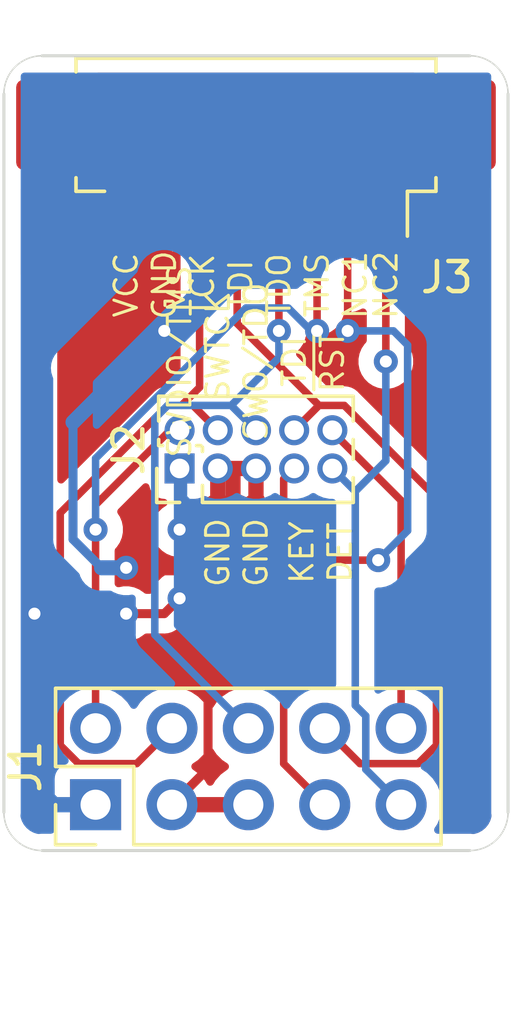
<source format=kicad_pcb>
(kicad_pcb (version 20171130) (host pcbnew 5.1.10)

  (general
    (thickness 1.6)
    (drawings 25)
    (tracks 92)
    (zones 0)
    (modules 3)
    (nets 10)
  )

  (page A4)
  (layers
    (0 F.Cu signal)
    (31 B.Cu signal)
    (32 B.Adhes user)
    (33 F.Adhes user)
    (34 B.Paste user)
    (35 F.Paste user)
    (36 B.SilkS user)
    (37 F.SilkS user)
    (38 B.Mask user)
    (39 F.Mask user)
    (40 Dwgs.User user)
    (41 Cmts.User user)
    (42 Eco1.User user)
    (43 Eco2.User user)
    (44 Edge.Cuts user)
    (45 Margin user)
    (46 B.CrtYd user)
    (47 F.CrtYd user)
    (48 B.Fab user)
    (49 F.Fab user)
  )

  (setup
    (last_trace_width 0.25)
    (trace_clearance 0.2)
    (zone_clearance 0.508)
    (zone_45_only no)
    (trace_min 0.2)
    (via_size 0.8)
    (via_drill 0.4)
    (via_min_size 0.4)
    (via_min_drill 0.3)
    (uvia_size 0.3)
    (uvia_drill 0.1)
    (uvias_allowed no)
    (uvia_min_size 0.2)
    (uvia_min_drill 0.1)
    (edge_width 0.05)
    (segment_width 0.2)
    (pcb_text_width 0.3)
    (pcb_text_size 1.5 1.5)
    (mod_edge_width 0.12)
    (mod_text_size 1 1)
    (mod_text_width 0.15)
    (pad_size 2.1 3)
    (pad_drill 0)
    (pad_to_mask_clearance 0)
    (aux_axis_origin 0 0)
    (visible_elements FFFFFF7F)
    (pcbplotparams
      (layerselection 0x010fc_ffffffff)
      (usegerberextensions false)
      (usegerberattributes true)
      (usegerberadvancedattributes true)
      (creategerberjobfile true)
      (excludeedgelayer true)
      (linewidth 0.100000)
      (plotframeref false)
      (viasonmask false)
      (mode 1)
      (useauxorigin false)
      (hpglpennumber 1)
      (hpglpenspeed 20)
      (hpglpendiameter 15.000000)
      (psnegative false)
      (psa4output false)
      (plotreference true)
      (plotvalue true)
      (plotinvisibletext false)
      (padsonsilk false)
      (subtractmaskfromsilk false)
      (outputformat 1)
      (mirror false)
      (drillshape 1)
      (scaleselection 1)
      (outputdirectory ""))
  )

  (net 0 "")
  (net 1 /~RESET~)
  (net 2 /UNK2_GNDdetect)
  (net 3 /TDI)
  (net 4 /UNK1_KEY)
  (net 5 /SWO_TDO)
  (net 6 /GND)
  (net 7 /SWCLK_TCK)
  (net 8 /SWDIO_TMS)
  (net 9 /VCC)

  (net_class Default "This is the default net class."
    (clearance 0.2)
    (trace_width 0.25)
    (via_dia 0.8)
    (via_drill 0.4)
    (uvia_dia 0.3)
    (uvia_drill 0.1)
    (add_net /SWCLK_TCK)
    (add_net /SWDIO_TMS)
    (add_net /SWO_TDO)
    (add_net /TDI)
    (add_net /UNK1_KEY)
    (add_net /UNK2_GNDdetect)
    (add_net /~RESET~)
  )

  (net_class GND ""
    (clearance 0.2)
    (trace_width 0.3)
    (via_dia 0.8)
    (via_drill 0.4)
    (uvia_dia 0.3)
    (uvia_drill 0.1)
    (add_net /GND)
  )

  (net_class VCC ""
    (clearance 0.2)
    (trace_width 0.3)
    (via_dia 0.8)
    (via_drill 0.4)
    (uvia_dia 0.3)
    (uvia_drill 0.1)
    (add_net /VCC)
  )

  (module Connector_Molex:Molex_PicoBlade_53261-0871_1x08-1MP_P1.25mm_Horizontal (layer F.Cu) (tedit 610D62AB) (tstamp 610DB9AE)
    (at 165.354 56.134 180)
    (descr "Molex PicoBlade series connector, 53261-0871 (http://www.molex.com/pdm_docs/sd/532610271_sd.pdf), generated with kicad-footprint-generator")
    (tags "connector Molex PicoBlade top entry")
    (path /610D7B16)
    (attr smd)
    (fp_text reference J3 (at -6.35 -4.572) (layer F.SilkS)
      (effects (font (size 1 1) (thickness 0.15)))
    )
    (fp_text value Conn_01x08 (at 0 3.8) (layer F.Fab)
      (effects (font (size 1 1) (thickness 0.15)))
    )
    (fp_text user %R (at 0 1.9) (layer F.Fab)
      (effects (font (size 1 1) (thickness 0.15)))
    )
    (fp_line (start -5.875 -1.6) (end 5.875 -1.6) (layer F.Fab) (width 0.1))
    (fp_line (start -5.985 -1.26) (end -5.985 -1.71) (layer F.SilkS) (width 0.12))
    (fp_line (start -5.985 -1.71) (end -5.035 -1.71) (layer F.SilkS) (width 0.12))
    (fp_line (start -5.035 -1.71) (end -5.035 -3.2) (layer F.SilkS) (width 0.12))
    (fp_line (start 5.985 -1.26) (end 5.985 -1.71) (layer F.SilkS) (width 0.12))
    (fp_line (start 5.985 -1.71) (end 5.035 -1.71) (layer F.SilkS) (width 0.12))
    (fp_line (start -5.985 2.26) (end -5.985 2.71) (layer F.SilkS) (width 0.12))
    (fp_line (start -5.985 2.71) (end 5.985 2.71) (layer F.SilkS) (width 0.12))
    (fp_line (start 5.985 2.71) (end 5.985 2.26) (layer F.SilkS) (width 0.12))
    (fp_line (start -5.875 2.6) (end 5.875 2.6) (layer F.Fab) (width 0.1))
    (fp_line (start -5.875 -1.6) (end -5.875 2.6) (layer F.Fab) (width 0.1))
    (fp_line (start 5.875 -1.6) (end 5.875 2.6) (layer F.Fab) (width 0.1))
    (fp_line (start -5.875 -0.6) (end -7.375 -0.6) (layer F.Fab) (width 0.1))
    (fp_line (start -7.375 -0.6) (end -7.575 -0.4) (layer F.Fab) (width 0.1))
    (fp_line (start -7.575 -0.4) (end -7.575 1.4) (layer F.Fab) (width 0.1))
    (fp_line (start -7.575 1.4) (end -7.375 1.6) (layer F.Fab) (width 0.1))
    (fp_line (start -7.375 1.6) (end -7.375 2.2) (layer F.Fab) (width 0.1))
    (fp_line (start -7.375 2.2) (end -5.875 2.2) (layer F.Fab) (width 0.1))
    (fp_line (start 5.875 -0.6) (end 7.375 -0.6) (layer F.Fab) (width 0.1))
    (fp_line (start 7.375 -0.6) (end 7.575 -0.4) (layer F.Fab) (width 0.1))
    (fp_line (start 7.575 -0.4) (end 7.575 1.4) (layer F.Fab) (width 0.1))
    (fp_line (start 7.575 1.4) (end 7.375 1.6) (layer F.Fab) (width 0.1))
    (fp_line (start 7.375 1.6) (end 7.375 2.2) (layer F.Fab) (width 0.1))
    (fp_line (start 7.375 2.2) (end 5.875 2.2) (layer F.Fab) (width 0.1))
    (fp_line (start -8.48 -3.7) (end -8.48 3.1) (layer F.CrtYd) (width 0.05))
    (fp_line (start -8.48 3.1) (end 8.48 3.1) (layer F.CrtYd) (width 0.05))
    (fp_line (start 8.48 3.1) (end 8.48 -3.7) (layer F.CrtYd) (width 0.05))
    (fp_line (start 8.48 -3.7) (end -8.48 -3.7) (layer F.CrtYd) (width 0.05))
    (fp_line (start -4.875 -1.6) (end -4.375 -0.892893) (layer F.Fab) (width 0.1))
    (fp_line (start -4.375 -0.892893) (end -3.875 -1.6) (layer F.Fab) (width 0.1))
    (pad MP smd roundrect (at 6.925 0.5 180) (size 2.1 3) (layers F.Cu F.Paste F.Mask) (roundrect_rratio 0.119)
      (net 6 /GND))
    (pad MP smd roundrect (at -6.925 0.5 180) (size 2.1 3) (layers F.Cu F.Paste F.Mask) (roundrect_rratio 0.119)
      (net 6 /GND))
    (pad 8 smd roundrect (at 4.375 -2.4 180) (size 0.8 1.6) (layers F.Cu F.Paste F.Mask) (roundrect_rratio 0.25)
      (net 9 /VCC))
    (pad 7 smd roundrect (at 3.125 -2.4 180) (size 0.8 1.6) (layers F.Cu F.Paste F.Mask) (roundrect_rratio 0.25)
      (net 6 /GND))
    (pad 6 smd roundrect (at 1.875 -2.4 180) (size 0.8 1.6) (layers F.Cu F.Paste F.Mask) (roundrect_rratio 0.25)
      (net 7 /SWCLK_TCK))
    (pad 5 smd roundrect (at 0.625 -2.4 180) (size 0.8 1.6) (layers F.Cu F.Paste F.Mask) (roundrect_rratio 0.25)
      (net 3 /TDI))
    (pad 4 smd roundrect (at -0.625 -2.4 180) (size 0.8 1.6) (layers F.Cu F.Paste F.Mask) (roundrect_rratio 0.25)
      (net 5 /SWO_TDO))
    (pad 3 smd roundrect (at -1.875 -2.4 180) (size 0.8 1.6) (layers F.Cu F.Paste F.Mask) (roundrect_rratio 0.25)
      (net 8 /SWDIO_TMS))
    (pad 2 smd roundrect (at -3.125 -2.4 180) (size 0.8 1.6) (layers F.Cu F.Paste F.Mask) (roundrect_rratio 0.25)
      (net 4 /UNK1_KEY))
    (pad 1 smd roundrect (at -4.375 -2.4 180) (size 0.8 1.6) (layers F.Cu F.Paste F.Mask) (roundrect_rratio 0.25)
      (net 2 /UNK2_GNDdetect))
    (model ${KISYS3DMOD}/Connector_Molex.3dshapes/Molex_PicoBlade_53261-0871_1x08-1MP_P1.25mm_Horizontal.wrl
      (at (xyz 0 0 0))
      (scale (xyz 1 1 1))
      (rotate (xyz 0 0 0))
    )
  )

  (module Connector_PinHeader_1.27mm:PinHeader_2x05_P1.27mm_Vertical (layer F.Cu) (tedit 59FED6E3) (tstamp 610DB981)
    (at 162.814 67.056 90)
    (descr "Through hole straight pin header, 2x05, 1.27mm pitch, double rows")
    (tags "Through hole pin header THT 2x05 1.27mm double row")
    (path /610D732C)
    (fp_text reference J2 (at 0.635 -1.695 90) (layer F.SilkS)
      (effects (font (size 1 1) (thickness 0.15)))
    )
    (fp_text value Conn_02x05_Odd_Even (at 0.635 6.775 90) (layer F.Fab)
      (effects (font (size 1 1) (thickness 0.15)))
    )
    (fp_text user %R (at 0.635 2.54) (layer F.Fab)
      (effects (font (size 1 1) (thickness 0.15)))
    )
    (fp_line (start -0.2175 -0.635) (end 2.34 -0.635) (layer F.Fab) (width 0.1))
    (fp_line (start 2.34 -0.635) (end 2.34 5.715) (layer F.Fab) (width 0.1))
    (fp_line (start 2.34 5.715) (end -1.07 5.715) (layer F.Fab) (width 0.1))
    (fp_line (start -1.07 5.715) (end -1.07 0.2175) (layer F.Fab) (width 0.1))
    (fp_line (start -1.07 0.2175) (end -0.2175 -0.635) (layer F.Fab) (width 0.1))
    (fp_line (start -1.13 5.775) (end -0.30753 5.775) (layer F.SilkS) (width 0.12))
    (fp_line (start 1.57753 5.775) (end 2.4 5.775) (layer F.SilkS) (width 0.12))
    (fp_line (start 0.30753 5.775) (end 0.96247 5.775) (layer F.SilkS) (width 0.12))
    (fp_line (start -1.13 0.76) (end -1.13 5.775) (layer F.SilkS) (width 0.12))
    (fp_line (start 2.4 -0.695) (end 2.4 5.775) (layer F.SilkS) (width 0.12))
    (fp_line (start -1.13 0.76) (end -0.563471 0.76) (layer F.SilkS) (width 0.12))
    (fp_line (start 0.563471 0.76) (end 0.706529 0.76) (layer F.SilkS) (width 0.12))
    (fp_line (start 0.76 0.706529) (end 0.76 0.563471) (layer F.SilkS) (width 0.12))
    (fp_line (start 0.76 -0.563471) (end 0.76 -0.695) (layer F.SilkS) (width 0.12))
    (fp_line (start 0.76 -0.695) (end 0.96247 -0.695) (layer F.SilkS) (width 0.12))
    (fp_line (start 1.57753 -0.695) (end 2.4 -0.695) (layer F.SilkS) (width 0.12))
    (fp_line (start -1.13 0) (end -1.13 -0.76) (layer F.SilkS) (width 0.12))
    (fp_line (start -1.13 -0.76) (end 0 -0.76) (layer F.SilkS) (width 0.12))
    (fp_line (start -1.6 -1.15) (end -1.6 6.25) (layer F.CrtYd) (width 0.05))
    (fp_line (start -1.6 6.25) (end 2.85 6.25) (layer F.CrtYd) (width 0.05))
    (fp_line (start 2.85 6.25) (end 2.85 -1.15) (layer F.CrtYd) (width 0.05))
    (fp_line (start 2.85 -1.15) (end -1.6 -1.15) (layer F.CrtYd) (width 0.05))
    (pad 10 thru_hole oval (at 1.27 5.08 90) (size 1 1) (drill 0.65) (layers *.Cu *.Mask)
      (net 1 /~RESET~))
    (pad 9 thru_hole oval (at 0 5.08 90) (size 1 1) (drill 0.65) (layers *.Cu *.Mask)
      (net 2 /UNK2_GNDdetect))
    (pad 8 thru_hole oval (at 1.27 3.81 90) (size 1 1) (drill 0.65) (layers *.Cu *.Mask)
      (net 3 /TDI))
    (pad 7 thru_hole oval (at 0 3.81 90) (size 1 1) (drill 0.65) (layers *.Cu *.Mask)
      (net 4 /UNK1_KEY))
    (pad 6 thru_hole oval (at 1.27 2.54 90) (size 1 1) (drill 0.65) (layers *.Cu *.Mask)
      (net 5 /SWO_TDO))
    (pad 5 thru_hole oval (at 0 2.54 90) (size 1 1) (drill 0.65) (layers *.Cu *.Mask)
      (net 6 /GND))
    (pad 4 thru_hole oval (at 1.27 1.27 90) (size 1 1) (drill 0.65) (layers *.Cu *.Mask)
      (net 7 /SWCLK_TCK))
    (pad 3 thru_hole oval (at 0 1.27 90) (size 1 1) (drill 0.65) (layers *.Cu *.Mask)
      (net 6 /GND))
    (pad 2 thru_hole oval (at 1.27 0 90) (size 1 1) (drill 0.65) (layers *.Cu *.Mask)
      (net 8 /SWDIO_TMS))
    (pad 1 thru_hole rect (at 0 0 90) (size 1 1) (drill 0.65) (layers *.Cu *.Mask)
      (net 9 /VCC))
    (model ${KISYS3DMOD}/Connector_PinHeader_1.27mm.3dshapes/PinHeader_2x05_P1.27mm_Vertical.wrl
      (at (xyz 0 0 0))
      (scale (xyz 1 1 1))
      (rotate (xyz 0 0 0))
    )
  )

  (module Connector_PinHeader_2.54mm:PinHeader_2x05_P2.54mm_Vertical (layer F.Cu) (tedit 59FED5CC) (tstamp 610DB95C)
    (at 160.02 78.232 90)
    (descr "Through hole straight pin header, 2x05, 2.54mm pitch, double rows")
    (tags "Through hole pin header THT 2x05 2.54mm double row")
    (path /610D5BCA)
    (fp_text reference J1 (at 1.27 -2.33 90) (layer F.SilkS)
      (effects (font (size 1 1) (thickness 0.15)))
    )
    (fp_text value Conn_02x05_Odd_Even (at 1.27 12.49 90) (layer F.Fab)
      (effects (font (size 1 1) (thickness 0.15)))
    )
    (fp_text user %R (at 1.27 5.08) (layer F.Fab)
      (effects (font (size 1 1) (thickness 0.15)))
    )
    (fp_line (start 0 -1.27) (end 3.81 -1.27) (layer F.Fab) (width 0.1))
    (fp_line (start 3.81 -1.27) (end 3.81 11.43) (layer F.Fab) (width 0.1))
    (fp_line (start 3.81 11.43) (end -1.27 11.43) (layer F.Fab) (width 0.1))
    (fp_line (start -1.27 11.43) (end -1.27 0) (layer F.Fab) (width 0.1))
    (fp_line (start -1.27 0) (end 0 -1.27) (layer F.Fab) (width 0.1))
    (fp_line (start -1.33 11.49) (end 3.87 11.49) (layer F.SilkS) (width 0.12))
    (fp_line (start -1.33 1.27) (end -1.33 11.49) (layer F.SilkS) (width 0.12))
    (fp_line (start 3.87 -1.33) (end 3.87 11.49) (layer F.SilkS) (width 0.12))
    (fp_line (start -1.33 1.27) (end 1.27 1.27) (layer F.SilkS) (width 0.12))
    (fp_line (start 1.27 1.27) (end 1.27 -1.33) (layer F.SilkS) (width 0.12))
    (fp_line (start 1.27 -1.33) (end 3.87 -1.33) (layer F.SilkS) (width 0.12))
    (fp_line (start -1.33 0) (end -1.33 -1.33) (layer F.SilkS) (width 0.12))
    (fp_line (start -1.33 -1.33) (end 0 -1.33) (layer F.SilkS) (width 0.12))
    (fp_line (start -1.8 -1.8) (end -1.8 11.95) (layer F.CrtYd) (width 0.05))
    (fp_line (start -1.8 11.95) (end 4.35 11.95) (layer F.CrtYd) (width 0.05))
    (fp_line (start 4.35 11.95) (end 4.35 -1.8) (layer F.CrtYd) (width 0.05))
    (fp_line (start 4.35 -1.8) (end -1.8 -1.8) (layer F.CrtYd) (width 0.05))
    (pad 10 thru_hole oval (at 2.54 10.16 90) (size 1.7 1.7) (drill 1) (layers *.Cu *.Mask)
      (net 1 /~RESET~))
    (pad 9 thru_hole oval (at 0 10.16 90) (size 1.7 1.7) (drill 1) (layers *.Cu *.Mask)
      (net 2 /UNK2_GNDdetect))
    (pad 8 thru_hole oval (at 2.54 7.62 90) (size 1.7 1.7) (drill 1) (layers *.Cu *.Mask)
      (net 3 /TDI))
    (pad 7 thru_hole oval (at 0 7.62 90) (size 1.7 1.7) (drill 1) (layers *.Cu *.Mask)
      (net 4 /UNK1_KEY))
    (pad 6 thru_hole oval (at 2.54 5.08 90) (size 1.7 1.7) (drill 1) (layers *.Cu *.Mask)
      (net 5 /SWO_TDO))
    (pad 5 thru_hole oval (at 0 5.08 90) (size 1.7 1.7) (drill 1) (layers *.Cu *.Mask)
      (net 6 /GND))
    (pad 4 thru_hole oval (at 2.54 2.54 90) (size 1.7 1.7) (drill 1) (layers *.Cu *.Mask)
      (net 7 /SWCLK_TCK))
    (pad 3 thru_hole oval (at 0 2.54 90) (size 1.7 1.7) (drill 1) (layers *.Cu *.Mask)
      (net 6 /GND))
    (pad 2 thru_hole oval (at 2.54 0 90) (size 1.7 1.7) (drill 1) (layers *.Cu *.Mask)
      (net 8 /SWDIO_TMS))
    (pad 1 thru_hole rect (at 0 0 90) (size 1.7 1.7) (drill 1) (layers *.Cu *.Mask)
      (net 9 /VCC))
    (model ${KISYS3DMOD}/Connector_PinHeader_2.54mm.3dshapes/PinHeader_2x05_P2.54mm_Vertical.wrl
      (at (xyz 0 0 0))
      (scale (xyz 1 1 1))
      (rotate (xyz 0 0 0))
    )
  )

  (gr_text SWDIO/TMS (at 162.814 63.5 90) (layer F.SilkS) (tstamp 610DC915)
    (effects (font (size 0.75 0.75) (thickness 0.1)))
  )
  (gr_text SWTCK (at 164.084 62.992 90) (layer F.SilkS) (tstamp 610DC915)
    (effects (font (size 0.75 0.75) (thickness 0.1)))
  )
  (gr_text SWO/TDO (at 165.354 63.5 90) (layer F.SilkS) (tstamp 610DC915)
    (effects (font (size 0.75 0.75) (thickness 0.1)))
  )
  (gr_text TDI (at 166.624 63.5 90) (layer F.SilkS) (tstamp 610DC915)
    (effects (font (size 0.75 0.75) (thickness 0.1)))
  )
  (gr_text ~RST~ (at 167.894 63.5 90) (layer F.SilkS) (tstamp 610DC915)
    (effects (font (size 0.75 0.75) (thickness 0.1)))
  )
  (gr_text DET (at 168.148 69.85 90) (layer F.SilkS) (tstamp 610DC915)
    (effects (font (size 0.75 0.75) (thickness 0.1)))
  )
  (gr_text KEY (at 166.878 69.85 90) (layer F.SilkS) (tstamp 610DC915)
    (effects (font (size 0.75 0.75) (thickness 0.1)))
  )
  (gr_text GND (at 165.354 69.85 90) (layer F.SilkS) (tstamp 610DC915)
    (effects (font (size 0.75 0.75) (thickness 0.1)))
  )
  (gr_text GND (at 164.084 69.85 90) (layer F.SilkS) (tstamp 610DC915)
    (effects (font (size 0.75 0.75) (thickness 0.1)))
  )
  (gr_text NC2 (at 169.672 60.96 90) (layer F.SilkS) (tstamp 610DC915)
    (effects (font (size 0.75 0.75) (thickness 0.1)))
  )
  (gr_text NC1 (at 168.656 60.96 90) (layer F.SilkS) (tstamp 610DC915)
    (effects (font (size 0.75 0.75) (thickness 0.1)))
  )
  (gr_text TMS (at 167.386 60.96 90) (layer F.SilkS) (tstamp 610DC915)
    (effects (font (size 0.75 0.75) (thickness 0.1)))
  )
  (gr_text TDO (at 166.116 60.96 90) (layer F.SilkS) (tstamp 610DC915)
    (effects (font (size 0.75 0.75) (thickness 0.1)))
  )
  (gr_text TDI (at 164.846 60.96 90) (layer F.SilkS) (tstamp 610DC915)
    (effects (font (size 0.75 0.75) (thickness 0.1)))
  )
  (gr_text TCK (at 163.576 60.96 90) (layer F.SilkS) (tstamp 610DC915)
    (effects (font (size 0.75 0.75) (thickness 0.1)))
  )
  (gr_text GND (at 162.306 60.96 90) (layer F.SilkS) (tstamp 610DC915)
    (effects (font (size 0.75 0.75) (thickness 0.1)))
  )
  (gr_text VCC (at 161.036 60.96 90) (layer F.SilkS)
    (effects (font (size 0.75 0.75) (thickness 0.1)))
  )
  (gr_arc (start 158.242 54.61) (end 158.242 53.34) (angle -90) (layer Edge.Cuts) (width 0.05) (tstamp 610DC8FA))
  (gr_arc (start 172.466 54.61) (end 173.736 54.61) (angle -90) (layer Edge.Cuts) (width 0.05) (tstamp 610DC8FA))
  (gr_arc (start 172.466 78.486) (end 172.466 79.756) (angle -90) (layer Edge.Cuts) (width 0.05) (tstamp 610DC853))
  (gr_arc (start 158.242 78.486) (end 156.972 78.486) (angle -90) (layer Edge.Cuts) (width 0.05))
  (gr_line (start 173.736 54.61) (end 173.736 78.486) (layer Edge.Cuts) (width 0.1))
  (gr_line (start 158.242 53.34) (end 172.466 53.34) (layer Edge.Cuts) (width 0.1))
  (gr_line (start 156.972 78.486) (end 156.972 54.61) (layer Edge.Cuts) (width 0.1))
  (gr_line (start 172.466 79.756) (end 158.242 79.756) (layer Edge.Cuts) (width 0.1))

  (via (at 167.386 62.484) (size 0.8) (drill 0.4) (layers F.Cu B.Cu) (net 8))
  (via (at 166.116 62.484) (size 0.8) (drill 0.4) (layers F.Cu B.Cu) (net 5))
  (via (at 168.402 62.484) (size 0.8) (drill 0.4) (layers F.Cu B.Cu) (net 4))
  (via (at 169.672 63.5) (size 0.8) (drill 0.4) (layers F.Cu B.Cu) (net 2))
  (via (at 169.418 70.104) (size 0.8) (drill 0.4) (layers F.Cu B.Cu) (net 4))
  (segment (start 167.894 65.834998) (end 167.894 65.786) (width 0.25) (layer F.Cu) (net 1))
  (segment (start 170.18 68.120998) (end 167.894 65.834998) (width 0.25) (layer F.Cu) (net 1))
  (segment (start 170.18 75.692) (end 170.18 68.120998) (width 0.25) (layer F.Cu) (net 1))
  (segment (start 169.672 66.802) (end 168.656 67.818) (width 0.25) (layer B.Cu) (net 2))
  (segment (start 168.656 67.818) (end 167.894 67.056) (width 0.25) (layer B.Cu) (net 2))
  (segment (start 169.004999 77.056999) (end 170.18 78.232) (width 0.25) (layer B.Cu) (net 2))
  (segment (start 169.004999 75.278999) (end 169.004999 77.056999) (width 0.25) (layer B.Cu) (net 2))
  (segment (start 168.656 74.93) (end 169.004999 75.278999) (width 0.25) (layer B.Cu) (net 2))
  (segment (start 168.656 67.818) (end 168.656 74.93) (width 0.25) (layer B.Cu) (net 2))
  (segment (start 169.672 66.802) (end 169.672 63.5) (width 0.25) (layer B.Cu) (net 2))
  (segment (start 169.672 58.591) (end 169.729 58.534) (width 0.25) (layer F.Cu) (net 2))
  (segment (start 169.672 63.5) (end 169.672 58.591) (width 0.25) (layer F.Cu) (net 2))
  (segment (start 167.449001 64.960999) (end 166.624 65.786) (width 0.25) (layer F.Cu) (net 3))
  (segment (start 168.290001 64.960999) (end 167.449001 64.960999) (width 0.25) (layer F.Cu) (net 3))
  (segment (start 171.355001 68.025999) (end 168.290001 64.960999) (width 0.25) (layer F.Cu) (net 3))
  (segment (start 171.355001 76.256001) (end 171.355001 68.025999) (width 0.25) (layer F.Cu) (net 3))
  (segment (start 170.744001 76.867001) (end 171.355001 76.256001) (width 0.25) (layer F.Cu) (net 3))
  (segment (start 168.815001 76.867001) (end 170.744001 76.867001) (width 0.25) (layer F.Cu) (net 3))
  (segment (start 167.64 75.692) (end 168.815001 76.867001) (width 0.25) (layer F.Cu) (net 3))
  (segment (start 164.729 62.240998) (end 164.729 58.534) (width 0.25) (layer F.Cu) (net 3))
  (segment (start 167.449001 64.960999) (end 164.729 62.240998) (width 0.25) (layer F.Cu) (net 3))
  (segment (start 166.275001 67.404999) (end 166.624 67.056) (width 0.25) (layer F.Cu) (net 4))
  (segment (start 167.64 78.232) (end 166.275001 76.867001) (width 0.25) (layer F.Cu) (net 4))
  (segment (start 166.37 70.104) (end 166.275001 70.009001) (width 0.25) (layer F.Cu) (net 4))
  (segment (start 166.275001 70.009001) (end 166.275001 67.404999) (width 0.25) (layer F.Cu) (net 4))
  (segment (start 169.418 70.104) (end 166.37 70.104) (width 0.25) (layer F.Cu) (net 4))
  (segment (start 166.275001 76.867001) (end 166.275001 70.009001) (width 0.25) (layer F.Cu) (net 4))
  (segment (start 170.397001 69.124999) (end 169.418 70.104) (width 0.25) (layer B.Cu) (net 4))
  (segment (start 170.397001 62.955001) (end 170.397001 69.124999) (width 0.25) (layer B.Cu) (net 4))
  (segment (start 169.926 62.484) (end 170.397001 62.955001) (width 0.25) (layer B.Cu) (net 4))
  (segment (start 168.402 62.484) (end 169.926 62.484) (width 0.25) (layer B.Cu) (net 4))
  (segment (start 168.402 58.611) (end 168.479 58.534) (width 0.25) (layer F.Cu) (net 4))
  (segment (start 168.402 62.484) (end 168.402 58.611) (width 0.25) (layer F.Cu) (net 4))
  (segment (start 161.988999 72.580999) (end 165.1 75.692) (width 0.25) (layer B.Cu) (net 5))
  (segment (start 162.417999 64.960999) (end 161.988999 65.389999) (width 0.25) (layer B.Cu) (net 5))
  (segment (start 164.528999 64.960999) (end 162.417999 64.960999) (width 0.25) (layer B.Cu) (net 5))
  (segment (start 161.988999 65.389999) (end 161.988999 72.580999) (width 0.25) (layer B.Cu) (net 5))
  (segment (start 165.354 65.786) (end 164.528999 64.960999) (width 0.25) (layer B.Cu) (net 5))
  (segment (start 166.116 63.373998) (end 164.528999 64.960999) (width 0.25) (layer B.Cu) (net 5))
  (segment (start 166.116 62.484) (end 166.116 63.373998) (width 0.25) (layer B.Cu) (net 5))
  (segment (start 166.116 58.671) (end 165.979 58.534) (width 0.25) (layer F.Cu) (net 5))
  (segment (start 166.116 62.484) (end 166.116 58.671) (width 0.25) (layer F.Cu) (net 5))
  (via (at 161.036 70.358) (size 0.8) (drill 0.4) (layers F.Cu B.Cu) (net 6))
  (segment (start 161.036 70.358) (end 163.322 70.358) (width 0.5) (layer F.Cu) (net 6))
  (via (at 162.306 62.484) (size 0.8) (drill 0.4) (layers F.Cu B.Cu) (net 6))
  (segment (start 161.036 70.358) (end 160.216998 70.358) (width 0.5) (layer B.Cu) (net 6))
  (segment (start 163.760001 77.031999) (end 163.760001 70.796001) (width 0.3) (layer F.Cu) (net 6))
  (segment (start 162.56 78.232) (end 163.760001 77.031999) (width 0.3) (layer F.Cu) (net 6))
  (segment (start 163.322 70.358) (end 163.760001 70.796001) (width 0.5) (layer F.Cu) (net 6))
  (segment (start 164.592 69.964002) (end 163.760001 70.796001) (width 0.5) (layer F.Cu) (net 6))
  (segment (start 164.592 67.056) (end 164.592 69.964002) (width 0.5) (layer F.Cu) (net 6))
  (segment (start 165.354 67.056) (end 164.592 67.056) (width 0.5) (layer F.Cu) (net 6))
  (segment (start 164.592 67.056) (end 164.084 67.056) (width 0.5) (layer F.Cu) (net 6))
  (segment (start 159.269999 69.411001) (end 160.216998 70.358) (width 0.3) (layer B.Cu) (net 6))
  (segment (start 159.269999 65.520001) (end 159.269999 69.411001) (width 0.3) (layer B.Cu) (net 6))
  (segment (start 162.306 62.484) (end 159.269999 65.520001) (width 0.5) (layer B.Cu) (net 6))
  (via (at 157.988 71.882) (size 0.8) (drill 0.4) (layers F.Cu B.Cu) (net 9))
  (segment (start 158.844999 68.533999) (end 162.417999 64.960999) (width 0.25) (layer F.Cu) (net 7))
  (segment (start 159.455999 76.867001) (end 158.844999 76.256001) (width 0.25) (layer F.Cu) (net 7))
  (segment (start 158.844999 76.256001) (end 158.844999 68.533999) (width 0.25) (layer F.Cu) (net 7))
  (segment (start 161.384999 76.867001) (end 159.455999 76.867001) (width 0.25) (layer F.Cu) (net 7))
  (segment (start 163.258999 64.960999) (end 164.084 65.786) (width 0.25) (layer F.Cu) (net 7))
  (segment (start 162.56 75.692) (end 161.384999 76.867001) (width 0.25) (layer F.Cu) (net 7))
  (segment (start 163.479 64.359) (end 163.479 58.534) (width 0.25) (layer F.Cu) (net 7))
  (segment (start 162.877001 64.960999) (end 163.479 64.359) (width 0.25) (layer F.Cu) (net 7))
  (segment (start 162.417999 64.960999) (end 162.877001 64.960999) (width 0.25) (layer F.Cu) (net 7))
  (segment (start 162.877001 64.960999) (end 163.258999 64.960999) (width 0.25) (layer F.Cu) (net 7))
  (segment (start 162.498998 65.786) (end 162.814 65.786) (width 0.25) (layer F.Cu) (net 8))
  (segment (start 160.02 68.264998) (end 162.498998 65.786) (width 0.25) (layer F.Cu) (net 8))
  (segment (start 160.02 75.692) (end 160.02 69.088) (width 0.25) (layer F.Cu) (net 8))
  (segment (start 160.02 69.088) (end 160.02 68.264998) (width 0.25) (layer F.Cu) (net 8) (tstamp 610DC3A2))
  (via (at 160.02 69.088) (size 0.8) (drill 0.4) (layers F.Cu B.Cu) (net 8))
  (segment (start 160.02 66.722588) (end 160.02 69.088) (width 0.25) (layer B.Cu) (net 8))
  (segment (start 165.020588 61.722) (end 160.02 66.722588) (width 0.25) (layer B.Cu) (net 8))
  (segment (start 166.427002 61.722) (end 165.020588 61.722) (width 0.25) (layer B.Cu) (net 8))
  (segment (start 167.189002 62.484) (end 166.427002 61.722) (width 0.25) (layer B.Cu) (net 8))
  (segment (start 167.386 62.484) (end 167.189002 62.484) (width 0.25) (layer B.Cu) (net 8))
  (segment (start 167.386 58.691) (end 167.229 58.534) (width 0.25) (layer F.Cu) (net 8))
  (segment (start 167.386 62.484) (end 167.386 58.691) (width 0.25) (layer F.Cu) (net 8))
  (via (at 162.814 69.088) (size 0.8) (drill 0.4) (layers F.Cu B.Cu) (net 9))
  (via (at 162.814 71.374) (size 0.8) (drill 0.4) (layers F.Cu B.Cu) (net 9))
  (via (at 161.036 71.882) (size 0.8) (drill 0.4) (layers F.Cu B.Cu) (net 9))
  (segment (start 157.988 61.525) (end 160.979 58.534) (width 0.5) (layer F.Cu) (net 9))
  (segment (start 157.988 71.882) (end 157.988 61.525) (width 0.5) (layer F.Cu) (net 9))
  (segment (start 162.814 69.088) (end 162.814 71.374) (width 0.3) (layer B.Cu) (net 9))
  (segment (start 162.306 71.882) (end 162.814 71.374) (width 0.3) (layer F.Cu) (net 9))
  (segment (start 161.036 71.882) (end 162.306 71.882) (width 0.3) (layer F.Cu) (net 9))

  (zone (net 6) (net_name /GND) (layer F.Cu) (tstamp 0) (hatch edge 0.508)
    (connect_pads (clearance 0.508))
    (min_thickness 0.254)
    (fill yes (arc_segments 32) (thermal_gap 0.508) (thermal_bridge_width 0.508))
    (polygon
      (pts
        (xy 173.482 79.502) (xy 157.226 79.502) (xy 157.226 53.594) (xy 173.482 53.594)
      )
    )
    (filled_polygon
      (pts
        (xy 170.590928 54.134) (xy 170.594 55.34825) (xy 170.75275 55.507) (xy 172.152 55.507) (xy 172.152 55.487)
        (xy 172.406 55.487) (xy 172.406 55.507) (xy 172.426 55.507) (xy 172.426 55.761) (xy 172.406 55.761)
        (xy 172.406 57.61025) (xy 172.56475 57.769) (xy 173.051 57.770955) (xy 173.051001 78.519647) (xy 173.059784 78.608818)
        (xy 173.027047 78.717246) (xy 172.971446 78.821817) (xy 172.896594 78.913595) (xy 172.805335 78.989091) (xy 172.70116 79.045419)
        (xy 172.589827 79.079882) (xy 172.499647 79.071) (xy 171.405392 79.071) (xy 171.49599 78.935411) (xy 171.607932 78.665158)
        (xy 171.665 78.37826) (xy 171.665 78.08574) (xy 171.607932 77.798842) (xy 171.49599 77.528589) (xy 171.360296 77.325508)
        (xy 171.86601 76.819795) (xy 171.895002 76.796002) (xy 171.918796 76.767009) (xy 171.9188 76.767005) (xy 171.989974 76.680278)
        (xy 171.989975 76.680277) (xy 172.060547 76.548248) (xy 172.104004 76.404987) (xy 172.115001 76.293334) (xy 172.115001 76.293325)
        (xy 172.118677 76.256002) (xy 172.115001 76.218679) (xy 172.115001 68.063332) (xy 172.118678 68.025999) (xy 172.104004 67.877013)
        (xy 172.060547 67.733752) (xy 171.989975 67.601723) (xy 171.9188 67.514996) (xy 171.895002 67.485998) (xy 171.866004 67.4622)
        (xy 168.853805 64.450002) (xy 168.830002 64.420998) (xy 168.714277 64.326025) (xy 168.582248 64.255453) (xy 168.438987 64.211996)
        (xy 168.327334 64.200999) (xy 168.327323 64.200999) (xy 168.290001 64.197323) (xy 168.252679 64.200999) (xy 167.763803 64.200999)
        (xy 166.813257 63.250454) (xy 166.919937 63.143774) (xy 167.033205 62.974256) (xy 167.111226 62.785898) (xy 167.123333 62.72503)
        (xy 167.284061 62.757) (xy 167.487939 62.757) (xy 167.687898 62.717226) (xy 167.876256 62.639205) (xy 168.045774 62.525937)
        (xy 168.189937 62.381774) (xy 168.303205 62.212256) (xy 168.381226 62.023898) (xy 168.386974 61.995) (xy 168.503939 61.995)
        (xy 168.703898 61.955226) (xy 168.892256 61.877205) (xy 168.912 61.864012) (xy 168.912 62.796289) (xy 168.868063 62.840226)
        (xy 168.754795 63.009744) (xy 168.676774 63.198102) (xy 168.637 63.398061) (xy 168.637 63.601939) (xy 168.676774 63.801898)
        (xy 168.754795 63.990256) (xy 168.868063 64.159774) (xy 169.012226 64.303937) (xy 169.181744 64.417205) (xy 169.370102 64.495226)
        (xy 169.570061 64.535) (xy 169.773939 64.535) (xy 169.973898 64.495226) (xy 170.162256 64.417205) (xy 170.331774 64.303937)
        (xy 170.475937 64.159774) (xy 170.589205 63.990256) (xy 170.667226 63.801898) (xy 170.707 63.601939) (xy 170.707 63.398061)
        (xy 170.667226 63.198102) (xy 170.589205 63.009744) (xy 170.475937 62.840226) (xy 170.432 62.796289) (xy 170.432 59.800144)
        (xy 170.521606 59.726606) (xy 170.625831 59.599608) (xy 170.703278 59.454716) (xy 170.750969 59.2975) (xy 170.767072 59.134)
        (xy 170.767072 57.934) (xy 170.750969 57.7705) (xy 170.703278 57.613284) (xy 170.625831 57.468392) (xy 170.521606 57.341394)
        (xy 170.394608 57.237169) (xy 170.249716 57.159722) (xy 170.164923 57.134) (xy 170.590928 57.134) (xy 170.603188 57.258482)
        (xy 170.639498 57.37818) (xy 170.698463 57.488494) (xy 170.777815 57.585185) (xy 170.874506 57.664537) (xy 170.98482 57.723502)
        (xy 171.104518 57.759812) (xy 171.229 57.772072) (xy 171.99325 57.769) (xy 172.152 57.61025) (xy 172.152 55.761)
        (xy 170.75275 55.761) (xy 170.594 55.91975) (xy 170.590928 57.134) (xy 170.164923 57.134) (xy 170.0925 57.112031)
        (xy 169.929 57.095928) (xy 169.529 57.095928) (xy 169.3655 57.112031) (xy 169.208284 57.159722) (xy 169.104 57.215463)
        (xy 168.999716 57.159722) (xy 168.8425 57.112031) (xy 168.679 57.095928) (xy 168.279 57.095928) (xy 168.1155 57.112031)
        (xy 167.958284 57.159722) (xy 167.854 57.215463) (xy 167.749716 57.159722) (xy 167.5925 57.112031) (xy 167.429 57.095928)
        (xy 167.029 57.095928) (xy 166.8655 57.112031) (xy 166.708284 57.159722) (xy 166.604 57.215463) (xy 166.499716 57.159722)
        (xy 166.3425 57.112031) (xy 166.179 57.095928) (xy 165.779 57.095928) (xy 165.6155 57.112031) (xy 165.458284 57.159722)
        (xy 165.354 57.215463) (xy 165.249716 57.159722) (xy 165.0925 57.112031) (xy 164.929 57.095928) (xy 164.529 57.095928)
        (xy 164.3655 57.112031) (xy 164.208284 57.159722) (xy 164.104 57.215463) (xy 163.999716 57.159722) (xy 163.8425 57.112031)
        (xy 163.679 57.095928) (xy 163.279 57.095928) (xy 163.1155 57.112031) (xy 162.958284 57.159722) (xy 162.929973 57.174855)
        (xy 162.87318 57.144498) (xy 162.753482 57.108188) (xy 162.629 57.095928) (xy 162.51475 57.099) (xy 162.356 57.25775)
        (xy 162.356 58.407) (xy 162.376 58.407) (xy 162.376 58.661) (xy 162.356 58.661) (xy 162.356 59.81025)
        (xy 162.51475 59.969) (xy 162.629 59.972072) (xy 162.719001 59.963208) (xy 162.719 64.044198) (xy 162.5622 64.200999)
        (xy 162.455321 64.200999) (xy 162.417998 64.197323) (xy 162.380675 64.200999) (xy 162.380666 64.200999) (xy 162.269013 64.211996)
        (xy 162.125752 64.255453) (xy 161.993722 64.326025) (xy 161.910082 64.394667) (xy 161.877998 64.420998) (xy 161.8542 64.449996)
        (xy 158.873 67.431197) (xy 158.873 61.891578) (xy 160.792507 59.972072) (xy 161.179 59.972072) (xy 161.3425 59.955969)
        (xy 161.499716 59.908278) (xy 161.528027 59.893145) (xy 161.58482 59.923502) (xy 161.704518 59.959812) (xy 161.829 59.972072)
        (xy 161.94325 59.969) (xy 162.102 59.81025) (xy 162.102 58.661) (xy 162.082 58.661) (xy 162.082 58.407)
        (xy 162.102 58.407) (xy 162.102 57.25775) (xy 161.94325 57.099) (xy 161.829 57.095928) (xy 161.704518 57.108188)
        (xy 161.58482 57.144498) (xy 161.528027 57.174855) (xy 161.499716 57.159722) (xy 161.3425 57.112031) (xy 161.179 57.095928)
        (xy 160.779 57.095928) (xy 160.6155 57.112031) (xy 160.458284 57.159722) (xy 160.313392 57.237169) (xy 160.186394 57.341394)
        (xy 160.082169 57.468392) (xy 160.004722 57.613284) (xy 159.957031 57.7705) (xy 159.940928 57.934) (xy 159.940928 58.320493)
        (xy 157.657 60.604422) (xy 157.657 57.770955) (xy 158.14325 57.769) (xy 158.302 57.61025) (xy 158.302 55.761)
        (xy 158.556 55.761) (xy 158.556 57.61025) (xy 158.71475 57.769) (xy 159.479 57.772072) (xy 159.603482 57.759812)
        (xy 159.72318 57.723502) (xy 159.833494 57.664537) (xy 159.930185 57.585185) (xy 160.009537 57.488494) (xy 160.068502 57.37818)
        (xy 160.104812 57.258482) (xy 160.117072 57.134) (xy 160.114 55.91975) (xy 159.95525 55.761) (xy 158.556 55.761)
        (xy 158.302 55.761) (xy 158.282 55.761) (xy 158.282 55.507) (xy 158.302 55.507) (xy 158.302 55.487)
        (xy 158.556 55.487) (xy 158.556 55.507) (xy 159.95525 55.507) (xy 160.114 55.34825) (xy 160.117072 54.134)
        (xy 160.106337 54.025) (xy 170.601663 54.025)
      )
    )
    (filled_polygon
      (pts
        (xy 162.687 78.105) (xy 164.973 78.105) (xy 164.973 78.085) (xy 165.227 78.085) (xy 165.227 78.105)
        (xy 165.247 78.105) (xy 165.247 78.359) (xy 165.227 78.359) (xy 165.227 78.379) (xy 164.973 78.379)
        (xy 164.973 78.359) (xy 162.687 78.359) (xy 162.687 78.379) (xy 162.433 78.379) (xy 162.433 78.359)
        (xy 162.413 78.359) (xy 162.413 78.105) (xy 162.433 78.105) (xy 162.433 78.085) (xy 162.687 78.085)
      )
    )
    (filled_polygon
      (pts
        (xy 163.946525 76.638632) (xy 164.153368 76.845475) (xy 164.329406 76.9631) (xy 164.099731 77.134412) (xy 163.904822 77.350645)
        (xy 163.83 77.476255) (xy 163.755178 77.350645) (xy 163.560269 77.134412) (xy 163.330594 76.9631) (xy 163.506632 76.845475)
        (xy 163.713475 76.638632) (xy 163.83 76.46424)
      )
    )
    (filled_polygon
      (pts
        (xy 165.481 66.929) (xy 165.492026 66.929) (xy 165.489 66.944212) (xy 165.489 67.167788) (xy 165.492026 67.183)
        (xy 165.481 67.183) (xy 165.481 68.023954) (xy 165.515002 68.048485) (xy 165.515001 69.971678) (xy 165.511325 70.009001)
        (xy 165.515001 70.046323) (xy 165.515001 70.046333) (xy 165.515002 70.046343) (xy 165.515001 74.260456) (xy 165.24626 74.207)
        (xy 164.95374 74.207) (xy 164.666842 74.264068) (xy 164.396589 74.37601) (xy 164.153368 74.538525) (xy 163.946525 74.745368)
        (xy 163.83 74.91976) (xy 163.713475 74.745368) (xy 163.506632 74.538525) (xy 163.263411 74.37601) (xy 162.993158 74.264068)
        (xy 162.70626 74.207) (xy 162.41374 74.207) (xy 162.126842 74.264068) (xy 161.856589 74.37601) (xy 161.613368 74.538525)
        (xy 161.406525 74.745368) (xy 161.29 74.91976) (xy 161.173475 74.745368) (xy 160.966632 74.538525) (xy 160.78 74.413822)
        (xy 160.78 72.886356) (xy 160.934061 72.917) (xy 161.137939 72.917) (xy 161.337898 72.877226) (xy 161.526256 72.799205)
        (xy 161.695774 72.685937) (xy 161.714711 72.667) (xy 162.267447 72.667) (xy 162.306 72.670797) (xy 162.344553 72.667)
        (xy 162.344561 72.667) (xy 162.459887 72.655641) (xy 162.60786 72.610754) (xy 162.744233 72.537862) (xy 162.863764 72.439764)
        (xy 162.888347 72.40981) (xy 162.889157 72.409) (xy 162.915939 72.409) (xy 163.115898 72.369226) (xy 163.304256 72.291205)
        (xy 163.473774 72.177937) (xy 163.617937 72.033774) (xy 163.731205 71.864256) (xy 163.809226 71.675898) (xy 163.849 71.475939)
        (xy 163.849 71.272061) (xy 163.809226 71.072102) (xy 163.731205 70.883744) (xy 163.617937 70.714226) (xy 163.473774 70.570063)
        (xy 163.304256 70.456795) (xy 163.115898 70.378774) (xy 162.915939 70.339) (xy 162.712061 70.339) (xy 162.512102 70.378774)
        (xy 162.323744 70.456795) (xy 162.154226 70.570063) (xy 162.010063 70.714226) (xy 161.896795 70.883744) (xy 161.818774 71.072102)
        (xy 161.813822 71.097) (xy 161.714711 71.097) (xy 161.695774 71.078063) (xy 161.526256 70.964795) (xy 161.337898 70.886774)
        (xy 161.137939 70.847) (xy 160.934061 70.847) (xy 160.78 70.877644) (xy 160.78 69.791711) (xy 160.823937 69.747774)
        (xy 160.937205 69.578256) (xy 161.015226 69.389898) (xy 161.055 69.189939) (xy 161.055 68.986061) (xy 161.015226 68.786102)
        (xy 160.937205 68.597744) (xy 160.86705 68.492749) (xy 161.687393 67.672407) (xy 161.688188 67.680482) (xy 161.724498 67.80018)
        (xy 161.783463 67.910494) (xy 161.862815 68.007185) (xy 161.959506 68.086537) (xy 162.06982 68.145502) (xy 162.189518 68.181812)
        (xy 162.292131 68.191918) (xy 162.154226 68.284063) (xy 162.010063 68.428226) (xy 161.896795 68.597744) (xy 161.818774 68.786102)
        (xy 161.779 68.986061) (xy 161.779 69.189939) (xy 161.818774 69.389898) (xy 161.896795 69.578256) (xy 162.010063 69.747774)
        (xy 162.154226 69.891937) (xy 162.323744 70.005205) (xy 162.512102 70.083226) (xy 162.712061 70.123) (xy 162.915939 70.123)
        (xy 163.115898 70.083226) (xy 163.304256 70.005205) (xy 163.473774 69.891937) (xy 163.617937 69.747774) (xy 163.731205 69.578256)
        (xy 163.809226 69.389898) (xy 163.849 69.189939) (xy 163.849 68.986061) (xy 163.809226 68.786102) (xy 163.731205 68.597744)
        (xy 163.617937 68.428226) (xy 163.473774 68.284063) (xy 163.335869 68.191918) (xy 163.438482 68.181812) (xy 163.55818 68.145502)
        (xy 163.64718 68.09793) (xy 163.727136 68.133446) (xy 163.782126 68.150119) (xy 163.957 68.023954) (xy 163.957 67.183)
        (xy 164.211 67.183) (xy 164.211 68.023954) (xy 164.385874 68.150119) (xy 164.440864 68.133446) (xy 164.644206 68.043123)
        (xy 164.719 67.990361) (xy 164.793794 68.043123) (xy 164.997136 68.133446) (xy 165.052126 68.150119) (xy 165.227 68.023954)
        (xy 165.227 67.183) (xy 164.211 67.183) (xy 163.957 67.183) (xy 163.952072 67.183) (xy 163.952072 66.929)
        (xy 163.957 66.929) (xy 163.957 66.917974) (xy 163.972212 66.921) (xy 164.195788 66.921) (xy 164.211 66.917974)
        (xy 164.211 66.929) (xy 165.227 66.929) (xy 165.227 66.917974) (xy 165.242212 66.921) (xy 165.465788 66.921)
        (xy 165.481 66.917974)
      )
    )
  )
  (zone (net 9) (net_name /VCC) (layer B.Cu) (tstamp 0) (hatch edge 0.508)
    (connect_pads (clearance 0.508))
    (min_thickness 0.254)
    (fill yes (arc_segments 32) (thermal_gap 0.508) (thermal_bridge_width 0.508))
    (polygon
      (pts
        (xy 173.482 79.502) (xy 157.226 79.502) (xy 157.226 53.594) (xy 173.482 53.594)
      )
    )
    (filled_polygon
      (pts
        (xy 173.051001 78.519647) (xy 173.059784 78.608818) (xy 173.027047 78.717246) (xy 172.971446 78.821817) (xy 172.896594 78.913595)
        (xy 172.805335 78.989091) (xy 172.70116 79.045419) (xy 172.589827 79.079882) (xy 172.499647 79.071) (xy 171.405392 79.071)
        (xy 171.49599 78.935411) (xy 171.607932 78.665158) (xy 171.665 78.37826) (xy 171.665 78.08574) (xy 171.607932 77.798842)
        (xy 171.49599 77.528589) (xy 171.333475 77.285368) (xy 171.126632 77.078525) (xy 170.95224 76.962) (xy 171.126632 76.845475)
        (xy 171.333475 76.638632) (xy 171.49599 76.395411) (xy 171.607932 76.125158) (xy 171.665 75.83826) (xy 171.665 75.54574)
        (xy 171.607932 75.258842) (xy 171.49599 74.988589) (xy 171.333475 74.745368) (xy 171.126632 74.538525) (xy 170.883411 74.37601)
        (xy 170.613158 74.264068) (xy 170.32626 74.207) (xy 170.03374 74.207) (xy 169.746842 74.264068) (xy 169.476589 74.37601)
        (xy 169.416 74.416494) (xy 169.416 71.139) (xy 169.519939 71.139) (xy 169.719898 71.099226) (xy 169.908256 71.021205)
        (xy 170.077774 70.907937) (xy 170.221937 70.763774) (xy 170.335205 70.594256) (xy 170.413226 70.405898) (xy 170.453 70.205939)
        (xy 170.453 70.143802) (xy 170.908009 69.688794) (xy 170.937002 69.665) (xy 170.960796 69.636007) (xy 170.9608 69.636003)
        (xy 171.019163 69.564887) (xy 171.031975 69.549275) (xy 171.102547 69.417246) (xy 171.146004 69.273985) (xy 171.157001 69.162332)
        (xy 171.157001 69.162323) (xy 171.160677 69.125) (xy 171.157001 69.087677) (xy 171.157001 62.992323) (xy 171.160677 62.955)
        (xy 171.157001 62.917677) (xy 171.157001 62.917668) (xy 171.146004 62.806015) (xy 171.102547 62.662754) (xy 171.031975 62.530725)
        (xy 171.010678 62.504774) (xy 170.9608 62.443997) (xy 170.960796 62.443993) (xy 170.937002 62.415) (xy 170.90801 62.391207)
        (xy 169.437 60.920198) (xy 169.437 60.858061) (xy 169.397226 60.658102) (xy 169.319205 60.469744) (xy 169.205937 60.300226)
        (xy 169.061774 60.156063) (xy 168.892256 60.042795) (xy 168.703898 59.964774) (xy 168.503939 59.925) (xy 168.300061 59.925)
        (xy 168.100102 59.964774) (xy 167.911744 60.042795) (xy 167.742226 60.156063) (xy 167.598063 60.300226) (xy 167.484795 60.469744)
        (xy 167.406774 60.658102) (xy 167.401026 60.687) (xy 167.284061 60.687) (xy 167.084102 60.726774) (xy 166.895744 60.804795)
        (xy 166.726226 60.918063) (xy 166.682289 60.962) (xy 165.05791 60.962) (xy 165.020587 60.958324) (xy 164.983264 60.962)
        (xy 164.983255 60.962) (xy 164.871602 60.972997) (xy 164.728341 61.016454) (xy 164.596312 61.087026) (xy 164.480587 61.181999)
        (xy 164.456789 61.210997) (xy 160.054999 65.612788) (xy 160.054999 64.208579) (xy 162.551044 61.712535) (xy 162.607898 61.701226)
        (xy 162.796256 61.623205) (xy 162.965774 61.509937) (xy 163.109937 61.365774) (xy 163.223205 61.196256) (xy 163.301226 61.007898)
        (xy 163.341 60.807939) (xy 163.341 60.604061) (xy 163.301226 60.404102) (xy 163.223205 60.215744) (xy 163.109937 60.046226)
        (xy 162.965774 59.902063) (xy 162.796256 59.788795) (xy 162.607898 59.710774) (xy 162.407939 59.671) (xy 162.204061 59.671)
        (xy 162.004102 59.710774) (xy 161.815744 59.788795) (xy 161.646226 59.902063) (xy 161.502063 60.046226) (xy 161.388795 60.215744)
        (xy 161.310774 60.404102) (xy 161.299465 60.460956) (xy 158.638467 63.121955) (xy 158.555589 63.222942) (xy 158.473411 63.376688)
        (xy 158.422804 63.543511) (xy 158.405718 63.717001) (xy 158.422804 63.890491) (xy 158.473411 64.057314) (xy 158.484999 64.078994)
        (xy 158.485 69.372438) (xy 158.481202 69.411001) (xy 158.496358 69.564887) (xy 158.541245 69.71286) (xy 158.575176 69.776341)
        (xy 158.614138 69.849234) (xy 158.634465 69.874002) (xy 158.687654 69.938813) (xy 158.687658 69.938817) (xy 158.712236 69.968765)
        (xy 158.742184 69.993343) (xy 159.372877 70.624036) (xy 159.395409 70.698313) (xy 159.477587 70.852059) (xy 159.588181 70.986817)
        (xy 159.722939 71.097411) (xy 159.876685 71.179589) (xy 160.043508 71.230195) (xy 160.173521 71.243) (xy 160.497546 71.243)
        (xy 160.545744 71.275205) (xy 160.734102 71.353226) (xy 160.934061 71.393) (xy 161.137939 71.393) (xy 161.229 71.374887)
        (xy 161.229 72.543667) (xy 161.225323 72.580999) (xy 161.239997 72.729984) (xy 161.283453 72.873245) (xy 161.354025 73.005275)
        (xy 161.4252 73.092001) (xy 161.448999 73.121) (xy 161.477997 73.144798) (xy 162.540199 74.207) (xy 162.41374 74.207)
        (xy 162.126842 74.264068) (xy 161.856589 74.37601) (xy 161.613368 74.538525) (xy 161.406525 74.745368) (xy 161.29 74.91976)
        (xy 161.173475 74.745368) (xy 160.966632 74.538525) (xy 160.723411 74.37601) (xy 160.453158 74.264068) (xy 160.16626 74.207)
        (xy 159.87374 74.207) (xy 159.586842 74.264068) (xy 159.316589 74.37601) (xy 159.073368 74.538525) (xy 158.866525 74.745368)
        (xy 158.70401 74.988589) (xy 158.592068 75.258842) (xy 158.535 75.54574) (xy 158.535 75.83826) (xy 158.592068 76.125158)
        (xy 158.70401 76.395411) (xy 158.866525 76.638632) (xy 158.99838 76.770487) (xy 158.92582 76.792498) (xy 158.815506 76.851463)
        (xy 158.718815 76.930815) (xy 158.639463 77.027506) (xy 158.580498 77.13782) (xy 158.544188 77.257518) (xy 158.531928 77.382)
        (xy 158.535 77.94625) (xy 158.69375 78.105) (xy 159.893 78.105) (xy 159.893 78.085) (xy 160.147 78.085)
        (xy 160.147 78.105) (xy 160.167 78.105) (xy 160.167 78.359) (xy 160.147 78.359) (xy 160.147 78.379)
        (xy 159.893 78.379) (xy 159.893 78.359) (xy 158.69375 78.359) (xy 158.535 78.51775) (xy 158.531988 79.071)
        (xy 158.208353 79.071) (xy 158.11918 79.079783) (xy 158.010754 79.047047) (xy 157.906183 78.991446) (xy 157.814405 78.916594)
        (xy 157.738909 78.825335) (xy 157.682581 78.72116) (xy 157.648118 78.609827) (xy 157.657 78.519647) (xy 157.657 54.025)
        (xy 173.051 54.025)
      )
    )
    (filled_polygon
      (pts
        (xy 162.941 66.929) (xy 162.952026 66.929) (xy 162.949 66.944212) (xy 162.949 67.167788) (xy 162.952026 67.183)
        (xy 162.941 67.183) (xy 162.941 68.03225) (xy 163.09975 68.191) (xy 163.314 68.194072) (xy 163.438482 68.181812)
        (xy 163.55818 68.145502) (xy 163.641226 68.101112) (xy 163.752933 68.147383) (xy 163.972212 68.191) (xy 164.195788 68.191)
        (xy 164.415067 68.147383) (xy 164.621624 68.061824) (xy 164.719 67.996759) (xy 164.816376 68.061824) (xy 165.022933 68.147383)
        (xy 165.242212 68.191) (xy 165.465788 68.191) (xy 165.685067 68.147383) (xy 165.891624 68.061824) (xy 165.989 67.996759)
        (xy 166.086376 68.061824) (xy 166.292933 68.147383) (xy 166.512212 68.191) (xy 166.735788 68.191) (xy 166.955067 68.147383)
        (xy 167.161624 68.061824) (xy 167.259 67.996759) (xy 167.356376 68.061824) (xy 167.562933 68.147383) (xy 167.782212 68.191)
        (xy 167.896 68.191) (xy 167.896001 74.228829) (xy 167.78626 74.207) (xy 167.49374 74.207) (xy 167.206842 74.264068)
        (xy 166.936589 74.37601) (xy 166.693368 74.538525) (xy 166.486525 74.745368) (xy 166.37 74.91976) (xy 166.253475 74.745368)
        (xy 166.046632 74.538525) (xy 165.803411 74.37601) (xy 165.533158 74.264068) (xy 165.24626 74.207) (xy 164.95374 74.207)
        (xy 164.733592 74.25079) (xy 162.748999 72.266198) (xy 162.748999 66.921) (xy 162.925788 66.921) (xy 162.941 66.917974)
      )
    )
  )
)

</source>
